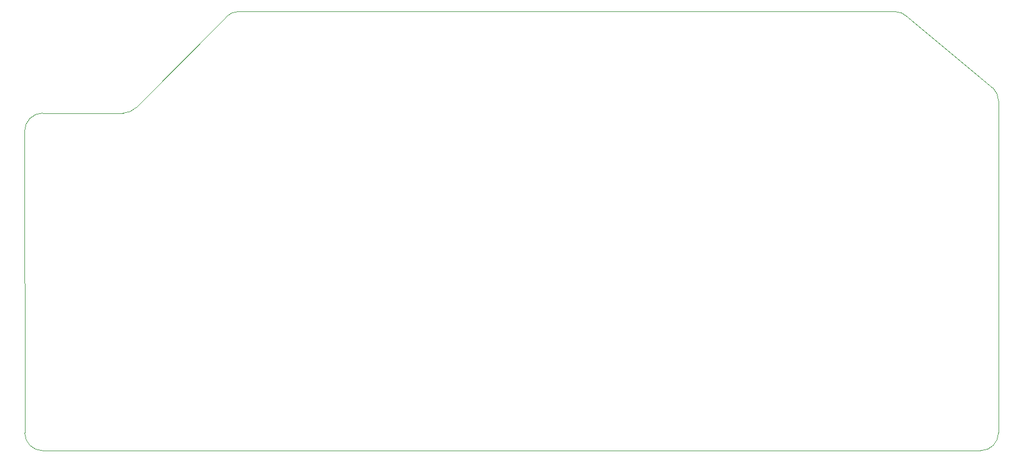
<source format=gbr>
%TF.GenerationSoftware,KiCad,Pcbnew,(6.0.10)*%
%TF.CreationDate,2023-12-09T12:58:45-08:00*%
%TF.ProjectId,windchargecontroller,77696e64-6368-4617-9267-65636f6e7472,rev?*%
%TF.SameCoordinates,Original*%
%TF.FileFunction,Profile,NP*%
%FSLAX46Y46*%
G04 Gerber Fmt 4.6, Leading zero omitted, Abs format (unit mm)*
G04 Created by KiCad (PCBNEW (6.0.10)) date 2023-12-09 12:58:45*
%MOMM*%
%LPD*%
G01*
G04 APERTURE LIST*
%TA.AperFunction,Profile*%
%ADD10C,0.100000*%
%TD*%
G04 APERTURE END LIST*
D10*
X72896186Y-99309030D02*
G75*
G03*
X75693108Y-102105914I2796914J30D01*
G01*
X72895116Y-52197000D02*
X72896224Y-99309030D01*
X75692000Y-49400116D02*
G75*
G03*
X72895116Y-52197000I0J-2796884D01*
G01*
X224819235Y-47496259D02*
G75*
G03*
X224000026Y-45518563I-2796935J-41D01*
G01*
X75693108Y-102105914D02*
X222020278Y-102111031D01*
X210692978Y-34417022D02*
G75*
G03*
X208534944Y-33528276I-2158078J-2175778D01*
G01*
X106318578Y-33529263D02*
G75*
G03*
X104267000Y-34417000I22J-2814537D01*
G01*
X88246392Y-49403848D02*
X75692000Y-49400116D01*
X224000026Y-45518563D02*
X210693000Y-34417000D01*
X88246392Y-49403853D02*
G75*
G03*
X90297000Y-48514000I8J2807653D01*
G01*
X104267000Y-34417000D02*
X90297000Y-48514000D01*
X208534944Y-33528276D02*
X106318578Y-33529302D01*
X222020278Y-102110962D02*
G75*
G03*
X224817162Y-99314147I22J2796862D01*
G01*
X224817162Y-99314147D02*
X224819214Y-47496259D01*
M02*

</source>
